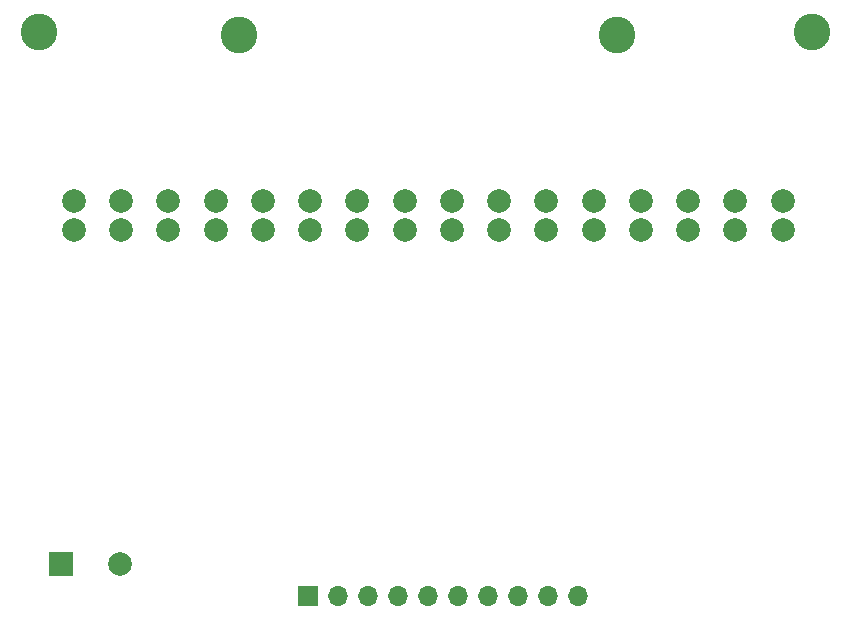
<source format=gbr>
%TF.GenerationSoftware,KiCad,Pcbnew,7.0.1*%
%TF.CreationDate,2024-10-11T19:23:26-04:00*%
%TF.ProjectId,PEST_Driver,50455354-5f44-4726-9976-65722e6b6963,rev?*%
%TF.SameCoordinates,Original*%
%TF.FileFunction,Soldermask,Bot*%
%TF.FilePolarity,Negative*%
%FSLAX46Y46*%
G04 Gerber Fmt 4.6, Leading zero omitted, Abs format (unit mm)*
G04 Created by KiCad (PCBNEW 7.0.1) date 2024-10-11 19:23:26*
%MOMM*%
%LPD*%
G01*
G04 APERTURE LIST*
%ADD10C,3.100000*%
%ADD11C,2.000000*%
%ADD12R,2.000000X2.000000*%
%ADD13R,1.700000X1.700000*%
%ADD14O,1.700000X1.700000*%
G04 APERTURE END LIST*
D10*
%TO.C,REF\u002A\u002A*%
X70000000Y-23000000D03*
%TD*%
%TO.C,REF\u002A\u002A*%
X38000000Y-23000000D03*
%TD*%
%TO.C,REF\u002A\u002A*%
X21000000Y-22750000D03*
%TD*%
%TO.C,REF\u002A\u002A*%
X86500000Y-22750000D03*
%TD*%
D11*
%TO.C,J8*%
X52000000Y-37000000D03*
X52000000Y-39500000D03*
%TD*%
%TO.C,J15*%
X76000000Y-37000000D03*
X76000000Y-39500000D03*
%TD*%
%TO.C,J13*%
X68000000Y-37000000D03*
X68000000Y-39500000D03*
%TD*%
%TO.C,J4*%
X36000000Y-37000000D03*
X36000000Y-39500000D03*
%TD*%
%TO.C,J6*%
X44000000Y-37000000D03*
X44000000Y-39500000D03*
%TD*%
%TO.C,J7*%
X48000000Y-37000000D03*
X48000000Y-39500000D03*
%TD*%
%TO.C,J3*%
X32000000Y-37000000D03*
X32000000Y-39500000D03*
%TD*%
%TO.C,J2*%
X28000000Y-37000000D03*
X28000000Y-39500000D03*
%TD*%
D12*
%TO.C,C19*%
X22882323Y-67750000D03*
D11*
X27882323Y-67750000D03*
%TD*%
%TO.C,J11*%
X60000000Y-37000000D03*
X60000000Y-39500000D03*
%TD*%
%TO.C,J10*%
X56000000Y-37000000D03*
X56000000Y-39500000D03*
%TD*%
D13*
%TO.C,J9*%
X43840000Y-70475000D03*
D14*
X46380000Y-70475000D03*
X48920000Y-70475000D03*
X51460000Y-70475000D03*
X54000000Y-70475000D03*
X56540000Y-70475000D03*
X59080000Y-70475000D03*
X61620000Y-70475000D03*
X64160000Y-70475000D03*
X66700000Y-70475000D03*
%TD*%
D11*
%TO.C,J16*%
X80000000Y-37000000D03*
X80000000Y-39500000D03*
%TD*%
%TO.C,J1*%
X24000000Y-37000000D03*
X24000000Y-39500000D03*
%TD*%
%TO.C,J12*%
X64000000Y-37000000D03*
X64000000Y-39500000D03*
%TD*%
%TO.C,J14*%
X72000000Y-37000000D03*
X72000000Y-39500000D03*
%TD*%
%TO.C,J5*%
X40000000Y-37000000D03*
X40000000Y-39500000D03*
%TD*%
%TO.C,J17*%
X84000000Y-37000000D03*
X84000000Y-39500000D03*
%TD*%
M02*

</source>
